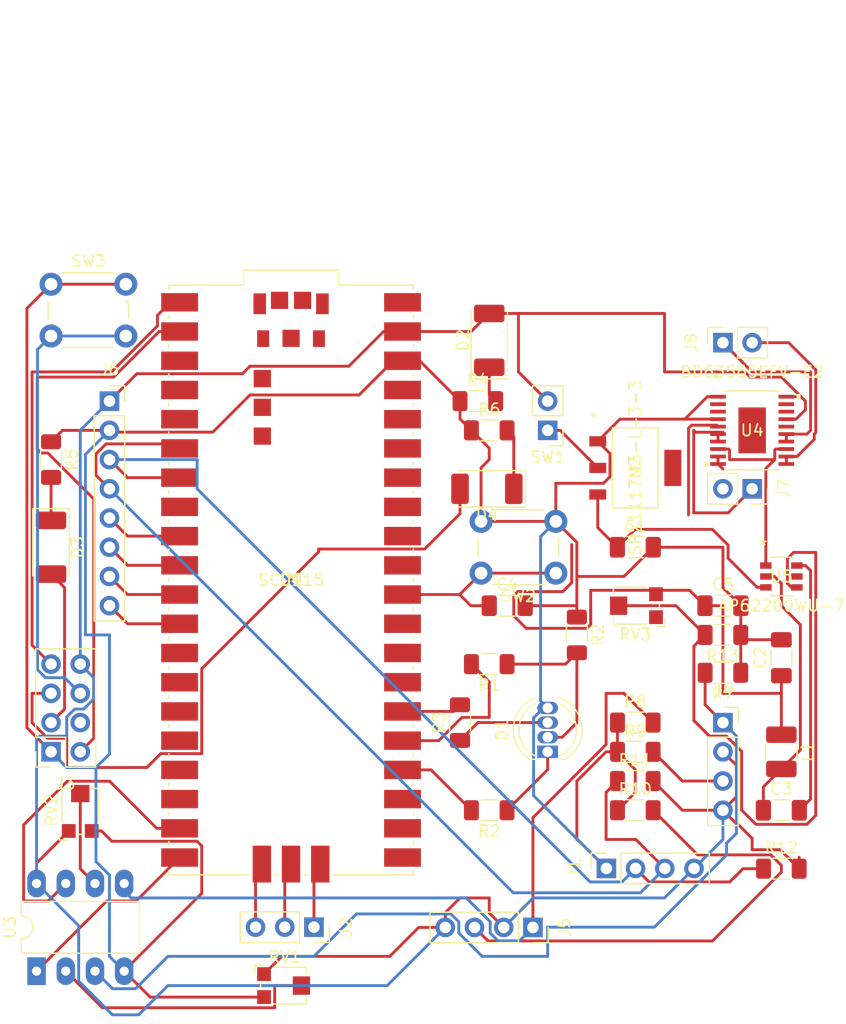
<source format=kicad_pcb>
(kicad_pcb (version 20211014) (generator pcbnew)
  (layers (0 "F.Cu" signal) (31 "B.Cu" signal) (34 "B.Paste" user) (35 "F.Paste" user) (36 "B.SilkS" user "B.Silkscreen") (37 "F.SilkS" user "F.Silkscreen") (38 "B.Mask" user) (39 "F.Mask" user) (44 "Edge.Cuts" user))
  (net 0 "")
  (net 1 "Net-(D1-Pad1)")
  (net 2 "Net-(D1-Pad2)")
  (net 3 "Net-(D2-Pad1)")
  (net 4 "ESP_3.3V")
  (net 5 "Net-(D3-Pad1)")
  (net 6 "ESP_GPIO2")
  (net 7 "Net-(D4-Pad1)")
  (net 8 "ESP_GPIO0")
  (net 9 "SCL")
  (net 10 "SDA")
  (net 11 "Net-(J2-Pad1)")
  (net 12 "Net-(J2-Pad2)")
  (net 13 "Net-(J2-Pad3)")
  (net 14 "ESP_GND")
  (net 15 "ESP_TX")
  (net 16 "ESP_EN")
  (net 17 "ESP_RST")
  (net 18 "ESP_RX")
  (net 19 "Net-(D1-Pad3)")
  (net 20 "Net-(SW1-Pad1)")
  (net 21 "+6V")
  (net 26 "Net-(C3-Pad1)")
  (net 27 "Net-(C3-Pad2)")
  (net 28 "Net-(C4-Pad1)")
  (net 29 "Net-(J4-Pad1)")
  (net 31 "MOTORL_SIG")
  (net 32 "MOTORR_SIG")
  (net 36 "Net-(J4-Pad3)")
  (net 37 "Net-(J5-Pad1)")
  (net 62 "+7.5V")
  (net 64 "Net-(J5-Pad3)")
  (net 65 "MAG_DRDY")
  (net 66 "MAG_INT")
  (net 67 "IMU_INT1")
  (net 68 "IMU_INT2")
  (net 69 "Net-(J7-Pad1)")
  (net 70 "Net-(J7-Pad2)")
  (net 71 "Net-(J8-Pad1)")
  (net 72 "Net-(J8-Pad2)")
  (net 73 "Net-(R1-Pad2)")
  (net 74 "Net-(R2-Pad2)")
  (net 75 "Net-(R3-Pad2)")
  (net 76 "Net-(R13-Pad2)")
  (net 77 "Net-(RV1-Pad2)")
  (net 78 "Net-(RV2-Pad2)")
  (net 80 "ENCL_SIG")
  (net 81 "ENCR_SIG")
  (footprint "Connector_PinHeader_2.54mm:PinHeader_1x02_P2.54mm_Vertical" (layer "F.Cu") (at 124.46 111.76 180)
    (fp_text reference "SW1")
    (fp_text value "SW_MCU_EN")
  )
  (footprint "Connector_PinSocket_2.54mm:PinSocket_1x03_P2.54mm_Vertical" (layer "F.Cu") (at 104.14 154.94 -90)
    (fp_text reference "J2")
    (fp_text value "Debug Header")
  )
  (footprint "Potentiometer_SMD:Potentiometer_Bourns_TC33X_Vertical" (layer "F.Cu") (at 101.6 160.02)
    (fp_text reference "RV1")
    (fp_text value "R_Potentiometer")
  )
  (footprint "Button_Switch_THT:SW_PUSH_6mm_H4.3mm" (layer "F.Cu") (at 81.28 99.06)
    (fp_text reference "SW3")
    (fp_text value "SW_ESP_RST")
  )
  (footprint "Resistor_SMD:R_1206_3216Metric_Pad1.30x1.75mm_HandSolder" (layer "F.Cu") (at 132.08 142.24)
    (fp_text reference "R11")
    (fp_text value "10k")
  )
  (footprint "Capacitor_SMD:C_1206_3216Metric_Pad1.33x1.80mm_HandSolder" (layer "F.Cu") (at 144.78 131.52 90)
    (fp_text reference "C2")
    (fp_text value "22uF")
  )
  (footprint "Regulators:SPX1117M3-L-3-3&slash_TR" (layer "F.Cu") (at 132.08 115.0239 -90)
    (fp_text reference "U2")
    (fp_text value "SPX1117M3-L-3-3")
  )
  (footprint "Resistor_SMD:R_1206_3216Metric_Pad1.30x1.75mm_HandSolder" (layer "F.Cu") (at 132.08 137.16)
    (fp_text reference "R8")
    (fp_text value "220")
  )
  (footprint "Drivers_3rdParty:BD63565EFV-E2" (layer "F.Cu") (at 142.24 111.76)
    (fp_text reference "U4")
    (fp_text value "BD63565EFV-E2")
  )
  (footprint "Package_DIP:DIP-8_W7.62mm_LongPads" (layer "F.Cu") (at 80.02 158.765 90)
    (fp_text reference "U3")
    (fp_text value "LM393")
  )
  (footprint "Connector_PinSocket_2.54mm:PinSocket_1x04_P2.54mm_Vertical" (layer "F.Cu") (at 129.565 149.835 90)
    (fp_text reference "J1")
    (fp_text value "I2C_EXPANSION")
  )
  (footprint "Resistor_SMD:R_1206_3216Metric_Pad1.30x1.75mm_HandSolder" (layer "F.Cu") (at 81.28 114.3 -90)
    (fp_text reference "R5")
    (fp_text value "330")
  )
  (footprint "Connector_PinSocket_2.54mm:PinSocket_1x02_P2.54mm_Vertical" (layer "F.Cu") (at 142.24 116.84 -90)
    (fp_text reference "J7")
    (fp_text value "Conn_01x02_Female")
  )
  (footprint "Capacitor_SMD:C_1206_3216Metric_Pad1.33x1.80mm_HandSolder" (layer "F.Cu") (at 132.08 121.92)
    (fp_text reference "C1")
    (fp_text value "10uF")
  )
  (footprint "Connector_PinSocket_2.54mm:PinSocket_1x02_P2.54mm_Vertical" (layer "F.Cu") (at 139.7 104.14 90)
    (fp_text reference "J8")
    (fp_text value "Conn_01x02_Female")
  )
  (footprint "Potentiometer_SMD:Potentiometer_Bourns_TC33X_Vertical" (layer "F.Cu") (at 132.08 127 180)
    (fp_text reference "RV3")
    (fp_text value "R_Potentiometer")
  )
  (footprint "Resistor_SMD:R_1206_3216Metric_Pad1.30x1.75mm_HandSolder" (layer "F.Cu") (at 116.84 137.16 90)
    (fp_text reference "R3")
    (fp_text value "330")
  )
  (footprint "Resistor_SMD:R_1206_3216Metric_Pad1.30x1.75mm_HandSolder" (layer "F.Cu") (at 139.7 132.83 180)
    (fp_text reference "R7")
    (fp_text value "220")
  )
  (footprint "Connector_PinSocket_2.54mm:PinSocket_1x04_P2.54mm_Vertical" (layer "F.Cu") (at 123.18 154.965 -90)
    (fp_text reference "J5")
    (fp_text value "RFLCTL_Header")
  )
  (footprint "SMPS_3rdParty:AP62200WU-7" (layer "F.Cu") (at 144.78 124.46)
    (fp_text reference "U5")
    (fp_text value "AP62200WU-7")
  )
  (footprint "Resistor_SMD:R_1206_3216Metric_Pad1.30x1.75mm_HandSolder" (layer "F.Cu") (at 119.38 144.78 180)
    (fp_text reference "R2")
    (fp_text value "330")
  )
  (footprint "Inductor_SMD:L_1210_3225Metric_Pad1.42x2.65mm_HandSolder" (layer "F.Cu") (at 144.78 139.7 -90)
    (fp_text reference "L1")
    (fp_text value "4.7uH")
  )
  (footprint "Connector_PinSocket_2.54mm:PinSocket_1x08_P2.54mm_Vertical" (layer "F.Cu") (at 86.36 109.22)
    (fp_text reference "J6")
    (fp_text value "IMU_Daughter_Header")
  )
  (footprint "Resistor_SMD:R_1206_3216Metric_Pad1.30x1.75mm_HandSolder" (layer "F.Cu") (at 119.38 132.08 180)
    (fp_text reference "R1")
    (fp_text value "330")
  )
  (footprint "LED_SMD:LED_2010_5025Metric_Pad1.52x2.65mm_HandSolder" (layer "F.Cu") (at 119.1775 116.84 180)
    (fp_text reference "D4")
    (fp_text value "ESP_LED0")
  )
  (footprint "Connector_PinSocket_2.54mm:PinSocket_1x04_P2.54mm_Vertical" (layer "F.Cu") (at 139.7 137.16)
    (fp_text reference "J4")
    (fp_text value "RFLCTR_Header")
  )
  (footprint "MCUs:SC0915" (layer "F.Cu") (at 102.1491 124.760459)
    (fp_text reference "U1")
    (fp_text value "SC0915")
  )
  (footprint "Potentiometer_SMD:Potentiometer_Bourns_TC33X_Vertical" (layer "F.Cu") (at 83.82 144.78 90)
    (fp_text reference "RV2")
    (fp_text value "R_Potentiometer")
  )
  (footprint "Resistor_SMD:R_1206_3216Metric_Pad1.30x1.75mm_HandSolder" (layer "F.Cu") (at 119.38 111.76)
    (fp_text reference "R6")
    (fp_text value "330")
  )
  (footprint "Resistor_SMD:R_1206_3216Metric_Pad1.30x1.75mm_HandSolder" (layer "F.Cu") (at 118.39 109.22)
    (fp_text reference "R4")
    (fp_text value "330")
  )
  (footprint "Connector_PinSocket_2.54mm:PinSocket_2x04_P2.54mm_Vertical" (layer "F.Cu") (at 81.28 139.7 180)
    (fp_text reference "J3")
    (fp_text value "ESP_Header")
  )
  (footprint "LED_THT:LED_D5.0mm-4_RGB" (layer "F.Cu") (at 124.46 139.7 90)
    (fp_text reference "D1")
    (fp_text value "PICO_LED")
  )
  (footprint "Resistor_SMD:R_1206_3216Metric_Pad1.30x1.75mm_HandSolder" (layer "F.Cu") (at 139.7 129.54 180)
    (fp_text reference "R13")
    (fp_text value "10k")
  )
  (footprint "Resistor_SMD:R_1206_3216Metric_Pad1.30x1.75mm_HandSolder" (layer "F.Cu") (at 144.78 149.86)
    (fp_text reference "R12")
    (fp_text value "10k")
  )
  (footprint "Capacitor_SMD:C_1206_3216Metric_Pad1.33x1.80mm_HandSolder" (layer "F.Cu") (at 144.78 144.78)
    (fp_text reference "C3")
    (fp_text value "100nF")
  )
  (footprint "Button_Switch_THT:SW_PUSH_6mm_H4.3mm" (layer "F.Cu") (at 125.17 124.17 180)
    (fp_text reference "SW2")
    (fp_text value "SW_PICO_RST")
  )
  (footprint "LED_SMD:LED_2010_5025Metric_Pad1.52x2.65mm_HandSolder" (layer "F.Cu") (at 119.38 103.9375 90)
    (fp_text reference "D2")
    (fp_text value "MCU_PWR_LED")
  )
  (footprint "Resistor_SMD:R_1206_3216Metric_Pad1.30x1.75mm_HandSolder" (layer "F.Cu") (at 132.08 144.78)
    (fp_text reference "R10")
    (fp_text value "220")
  )
  (footprint "LED_SMD:LED_2010_5025Metric_Pad1.52x2.65mm_HandSolder" (layer "F.Cu") (at 81.28 121.92 -90)
    (fp_text reference "D3")
    (fp_text value "ESP_LED1")
  )
  (footprint "Resistor_SMD:R_1206_3216Metric_Pad1.30x1.75mm_HandSolder" (layer "F.Cu") (at 132.08 139.7)
    (fp_text reference "R9")
    (fp_text value "220")
  )
  (footprint "Resistor_SMD:R_1206_3216Metric_Pad1.30x1.75mm_HandSolder" (layer "F.Cu") (at 127 129.54 -90)
    (fp_text reference "R2")
    (fp_text value "R_Small_US")
  )
  (footprint "Capacitor_SMD:C_1206_3216Metric_Pad1.33x1.80mm_HandSolder" (layer "F.Cu") (at 139.7 127)
    (fp_text reference "C5")
    (fp_text value "22 uF")
  )
  (footprint "Capacitor_SMD:C_1206_3216Metric_Pad1.33x1.80mm_HandSolder" (layer "F.Cu") (at 120.9425 127)
    (fp_text reference "C4")
    (fp_text value "1uF")
  )
  (segment (start 120.93 144.78) (end 124.46 141.25) (width 0.25) (layer "F.Cu") (net 1))
  (segment (start 124.46 141.25) (end 124.46 139.7) (width 0.25) (layer "F.Cu") (net 1))
  (segment (start 120.93 132.08) (end 126.01 132.08) (width 0.25) (layer "F.Cu") (net 2))
  (segment (start 127 131.09) (end 127 137.16) (width 0.25) (layer "F.Cu") (net 2))
  (segment (start 127 137.16) (end 125.73 138.43) (width 0.25) (layer "F.Cu") (net 2))
  (segment (start 125.73 138.43) (end 124.46 138.43) (width 0.25) (layer "F.Cu") (net 2))
  (segment (start 126.01 132.08) (end 127 131.09) (width 0.25) (layer "F.Cu") (net 2))
  (segment (start 119.38 108.66) (end 119.94 109.22) (width 0.25) (layer "F.Cu") (net 3))
  (segment (start 119.38 106.275) (end 119.38 108.66) (width 0.25) (layer "F.Cu") (net 3))
  (segment (start 119.38 106.275) (end 119.785 106.68) (width 0.25) (layer "F.Cu") (net 3))
  (segment (start 80.02 149.38) (end 82.82 146.58) (width 0.25) (layer "F.Cu") (net 4))
  (segment (start 146.485002 108.835002) (end 145.2118 108.835002) (width 0.25) (layer "F.Cu") (net 4))
  (segment (start 115.56 154.965) (end 113.244981 154.965) (width 0.25) (layer "F.Cu") (net 4))
  (segment (start 133.63 142.24) (end 136.17 144.78) (width 0.25) (layer "F.Cu") (net 4))
  (segment (start 119.38 153.705) (end 119.38 152.4) (width 0.25) (layer "F.Cu") (net 4))
  (segment (start 146.87 109.22) (end 146.485002 108.835002) (width 0.25) (layer "F.Cu") (net 4))
  (segment (start 144.68 148.21) (end 142.24 148.21) (width 0.25) (layer "F.Cu") (net 4))
  (segment (start 134.62 106.68) (end 134.62 101.6) (width 0.25) (layer "F.Cu") (net 4))
  (segment (start 120.64 154.965) (end 119.38 153.705) (width 0.25) (layer "F.Cu") (net 4))
  (segment (start 136.17 144.78) (end 139.7 144.78) (width 0.25) (layer "F.Cu") (net 4))
  (segment (start 86.36 109.22) (end 88.744441 106.835559) (width 0.25) (layer "F.Cu") (net 4))
  (segment (start 146.33 149.86) (end 144.68 148.21) (width 0.25) (layer "F.Cu") (net 4))
  (segment (start 146.485002 108.835002) (end 144.78 107.13) (width 0.25) (layer "F.Cu") (net 4))
  (segment (start 115.56 153.68) (end 115.56 154.965) (width 0.25) (layer "F.Cu") (net 4))
  (segment (start 146.33 148.87) (end 146.33 149.86) (width 0.25) (layer "F.Cu") (net 4))
  (segment (start 142.24 148.21) (end 142.24 147.23) (width 0.25) (layer "F.Cu") (net 4))
  (segment (start 110.189541 103.170459) (end 111.8392 103.170459) (width 0.25) (layer "F.Cu") (net 4))
  (segment (start 142.053604 107.13) (end 141.603604 106.68) (width 0.25) (layer "F.Cu") (net 4))
  (segment (start 140.925 146.005) (end 139.7 144.78) (width 0.25) (layer "F.Cu") (net 4))
  (segment (start 134.62 101.6) (end 119.38 101.6) (width 0.25) (layer "F.Cu") (net 4))
  (segment (start 145.2118 110.785001) (end 146.0567 110.785001) (width 0.25) (layer "F.Cu") (net 4))
  (segment (start 116.84 152.4) (end 115.56 153.68) (width 0.25) (layer "F.Cu") (net 4))
  (segment (start 140.875 140.875) (end 139.7 139.7) (width 0.25) (layer "F.Cu") (net 4))
  (segment (start 98.57544 106.185559) (end 107.174441 106.185559) (width 0.25) (layer "F.Cu") (net 4))
  (segment (start 139.7 144.78) (end 140.875 143.605) (width 0.25) (layer "F.Cu") (net 4))
  (segment (start 140.875 143.605) (end 140.875 140.875) (width 0.25) (layer "F.Cu") (net 4))
  (segment (start 80.02 151.145) (end 80.02 149.38) (width 0.25) (layer "F.Cu") (net 4))
  (segment (start 117.809541 103.170459) (end 111.8392 103.170459) (width 0.25) (layer "F.Cu") (net 4))
  (segment (start 146.87 109.971701) (end 146.87 109.22) (width 0.25) (layer "F.Cu") (net 4))
  (segment (start 107.174441 106.185559) (end 110.189541 103.170459) (width 0.25) (layer "F.Cu") (net 4))
  (segment (start 97.92544 106.835559) (end 98.57544 106.185559) (width 0.25) (layer "F.Cu") (net 4))
  (segment (start 119.38 152.4) (end 116.84 152.4) (width 0.25) (layer "F.Cu") (net 4))
  (segment (start 144.78 107.13) (end 142.053604 107.13) (width 0.25) (layer "F.Cu") (net 4))
  (segment (start 88.744441 106.835559) (end 97.92544 106.835559) (width 0.25) (layer "F.Cu") (net 4))
  (segment (start 101.34 157.48) (end 99.8 159.02) (width 0.25) (layer "F.Cu") (net 4))
  (segment (start 121.92 106.68) (end 121.92 101.6) (width 0.25) (layer "F.Cu") (net 4))
  (segment (start 146.0567 110.785001) (end 146.87 109.971701) (width 0.25) (layer "F.Cu") (net 4))
  (segment (start 113.244981 154.965) (end 110.729981 157.48) (width 0.25) (layer "F.Cu") (net 4))
  (segment (start 124.46 109.22) (end 121.92 106.68) (width 0.25) (layer "F.Cu") (net 4))
  (segment (start 110.729981 157.48) (end 101.34 157.48) (width 0.25) (layer "F.Cu") (net 4))
  (segment (start 141.603604 106.68) (end 134.62 106.68) (width 0.25) (layer "F.Cu") (net 4))
  (segment (start 119.38 101.6) (end 117.809541 103.170459) (width 0.25) (layer "F.Cu") (net 4))
  (segment (start 142.24 147.23) (end 141.015 146.005) (width 0.25) (layer "F.Cu") (net 4))
  (segment (start 141.015 146.005) (end 140.925 146.005) (width 0.25) (layer "F.Cu") (net 4))
  (segment (start 120.64 154.965) (end 123.205 152.4) (width 0.25) (layer "B.Cu") (net 4))
  (segment (start 88.9 162.56) (end 86.61401 162.56) (width 0.25) (layer "B.Cu") (net 4))
  (segment (start 84.995 135.106701) (end 84.995 133.255) (width 0.25) (layer "B.Cu") (net 4))
  (segment (start 80.02 138.61) (end 80.02 151.145) (width 0.25) (layer "B.Cu") (net 4))
  (segment (start 83.333299 135.985) (end 84.116701 135.985) (width 0.25) (layer "B.Cu") (net 4))
  (segment (start 123.205 152.4) (end 134.62 152.4) (width 0.25) (layer "B.Cu") (net 4))
  (segment (start 80.295 138.335) (end 80.02 138.61) (width 0.25) (layer "B.Cu") (net 4))
  (segment (start 84.116701 135.985) (end 84.995 135.106701) (width 0.25) (layer "B.Cu") (net 4))
  (segment (start 91.44 160.02) (end 88.9 162.56) (width 0.25) (layer "B.Cu") (net 4))
  (segment (start 115.56 154.965) (end 110.505 160.02) (width 0.25) (layer "B.Cu") (net 4))
  (segment (start 83.82 132.08) (end 83.82 111.76) (width 0.25) (layer "B.Cu") (net 4))
  (segment (start 137.185 149.835) (end 139.7 147.32) (width 0.25) (layer "B.Cu") (net 4))
  (segment (start 110.505 160.02) (end 91.44 160.02) (width 0.25) (layer "B.Cu") (net 4))
  (segment (start 84.995 133.255) (end 83.82 132.08) (width 0.25) (layer "B.Cu") (net 4))
  (segment (start 83.685 159.63099) (end 83.685 154.81) (width 0.25) (layer "B.Cu") (net 4))
  (segment (start 82.645 138.335) (end 80.295 138.335) (width 0.25) (layer "B.Cu") (net 4))
  (segment (start 82.645 138.335) (end 82.645 136.673299) (width 0.25) (layer "B.Cu") (net 4))
  (segment (start 139.7 147.32) (end 139.7 144.78) (width 0.25) (layer "B.Cu") (net 4))
  (segment (start 86.61401 162.56) (end 83.685 159.63099) (width 0.25) (layer "B.Cu") (net 4))
  (segment (start 82.645 136.673299) (end 83.333299 135.985) (width 0.25) (layer "B.Cu") (net 4))
  (segment (start 83.82 111.76) (end 86.36 109.22) (width 0.25) (layer "B.Cu") (net 4))
  (segment (start 83.685 154.81) (end 80.02 151.145) (width 0.25) (layer "B.Cu") (net 4))
  (segment (start 134.62 152.4) (end 137.185 149.835) (width 0.25) (layer "B.Cu") (net 4))
  (segment (start 81.28 115.85) (end 81.28 119.5825) (width 0.25) (layer "F.Cu") (net 5))
  (segment (start 81.28 124.2575) (end 82.455 125.4325) (width 0.25) (layer "F.Cu") (net 6))
  (segment (start 82.455 125.4325) (end 82.455 135.985) (width 0.25) (layer "F.Cu") (net 6))
  (segment (start 82.455 135.985) (end 81.28 137.16) (width 0.25) (layer "F.Cu") (net 6))
  (segment (start 121.1325 111.5575) (end 120.93 111.76) (width 0.25) (layer "F.Cu") (net 7))
  (segment (start 120.93 111.76) (end 121.515 112.345) (width 0.25) (layer "F.Cu") (net 7))
  (segment (start 121.515 112.345) (end 121.515 116.84) (width 0.25) (layer "F.Cu") (net 7))
  (segment (start 116.84 118.999959) (end 116.84 116.84) (width 0.25) (layer "F.Cu") (net 8))
  (segment (start 94.3842 132.4842) (end 104.5442 122.3242) (width 0.25) (layer "F.Cu") (net 8))
  (segment (start 79.63 137.171701) (end 80.983299 138.525) (width 0.25) (layer "F.Cu") (net 8))
  (segment (start 81.28 134.62) (end 79.63 134.62) (width 0.25) (layer "F.Cu") (net 8))
  (segment (start 82.645 138.525) (end 82.645 141.065) (width 0.25) (layer "F.Cu") (net 8))
  (segment (start 104.5442 122.3242) (end 104.5442 122.075559) (width 0.25) (layer "F.Cu") (net 8))
  (segment (start 90.8236 139.855559) (end 94.3842 139.855559) (width 0.25) (layer "F.Cu") (net 8))
  (segment (start 104.5442 122.075559) (end 113.7644 122.075559) (width 0.25) (layer "F.Cu") (net 8))
  (segment (start 94.3842 139.855559) (end 94.3842 132.4842) (width 0.25) (layer "F.Cu") (net 8))
  (segment (start 113.7644 122.075559) (end 116.84 118.999959) (width 0.25) (layer "F.Cu") (net 8))
  (segment (start 79.63 134.62) (end 79.63 137.171701) (width 0.25) (layer "F.Cu") (net 8))
  (segment (start 82.645 141.065) (end 89.614159 141.065) (width 0.25) (layer "F.Cu") (net 8))
  (segment (start 89.614159 141.065) (end 90.8236 139.855559) (width 0.25) (layer "F.Cu") (net 8))
  (segment (start 80.983299 138.525) (end 82.645 138.525) (width 0.25) (layer "F.Cu") (net 8))
  (segment (start 141.44 149.86) (end 143.23 149.86) (width 0.25) (layer "F.Cu") (net 9))
  (segment (start 87.930459 115.870459) (end 92.459 115.870459) (width 0.25) (layer "F.Cu") (net 9))
  (segment (start 86.36 114.3) (end 87.930459 115.870459) (width 0.25) (layer "F.Cu") (net 9))
  (segment (start 140.29 151.01) (end 141.44 149.86) (width 0.25) (layer "F.Cu") (net 9))
  (segment (start 133.28 151.01) (end 140.29 151.01) (width 0.25) (layer "F.Cu") (net 9))
  (segment (start 132.105 149.835) (end 133.28 151.01) (width 0.25) (layer "F.Cu") (net 9))
  (segment (start 132.105 149.835) (end 130.93 151.01) (width 0.25) (layer "B.Cu") (net 9))
  (segment (start 128.15 151.01) (end 127 149.86) (width 0.25) (layer "B.Cu") (net 9))
  (segment (start 93.98 116.84) (end 93.98 114.3) (width 0.25) (layer "B.Cu") (net 9))
  (segment (start 86.36 114.3) (end 93.98 114.3) (width 0.25) (layer "B.Cu") (net 9))
  (segment (start 130.93 151.01) (end 128.15 151.01) (width 0.25) (layer "B.Cu") (net 9))
  (segment (start 127 149.86) (end 93.98 116.84) (width 0.25) (layer "B.Cu") (net 9))
  (segment (start 134.645 149.835) (end 132.13 147.32) (width 0.25) (layer "F.Cu") (net 10))
  (segment (start 132.13 147.32) (end 129.54 147.32) (width 0.25) (layer "F.Cu") (net 10))
  (segment (start 129.54 143.23) (end 130.53 142.24) (width 0.25) (layer "F.Cu") (net 10))
  (segment (start 85.185 115.665) (end 85.185 113.813299) (width 0.25) (layer "F.Cu") (net 10))
  (segment (start 86.063299 112.935) (end 92.063541 112.935) (width 0.25) (layer "F.Cu") (net 10))
  (segment (start 85.185 113.813299) (end 86.063299 112.935) (width 0.25) (layer "F.Cu") (net 10))
  (segment (start 129.54 147.32) (end 129.54 143.23) (width 0.25) (layer "F.Cu") (net 10))
  (segment (start 86.36 116.84) (end 85.185 115.665) (width 0.25) (layer "F.Cu") (net 10))
  (segment (start 92.063541 112.935) (end 92.459 113.330459) (width 0.25) (layer "F.Cu") (net 10))
  (segment (start 132.53 151.95) (end 121.47 151.95) (width 0.25) (layer "B.Cu") (net 10))
  (segment (start 134.645 149.835) (end 132.53 151.95) (width 0.25) (layer "B.Cu") (net 10))
  (segment (start 121.47 151.95) (end 86.36 116.84) (width 0.25) (layer "B.Cu") (net 10))
  (segment (start 104.14 150.008519) (end 104.6891 149.459419) (width 0.25) (layer "F.Cu") (net 11))
  (segment (start 104.14 154.94) (end 104.14 150.008519) (width 0.25) (layer "F.Cu") (net 11))
  (segment (start 101.6 150.008519) (end 102.1491 149.459419) (width 0.25) (layer "F.Cu") (net 12))
  (segment (start 101.6 154.94) (end 101.6 150.008519) (width 0.25) (layer "F.Cu") (net 12))
  (segment (start 99.06 150.008519) (end 99.6091 149.459419) (width 0.25) (layer "F.Cu") (net 13))
  (segment (start 99.06 154.94) (end 99.06 150.008519) (width 0.25) (layer "F.Cu") (net 13))
  (segment (start 129.3125 116.3586) (end 125.17 116.3586) (width 0.25) (layer "F.Cu") (net 14))
  (segment (start 133.6425 121.92) (end 139.7 121.92) (width 0.25) (layer "F.Cu") (net 14))
  (segment (start 129.54 139.7) (end 130.53 139.7) (width 0.25) (layer "F.Cu") (net 14))
  (segment (start 141.2625 126.22) (end 141.25 126.2325) (width 0.25) (layer "F.Cu") (net 14))
  (segment (start 129.565 149.835) (end 127.05 147.32) (width 0.25) (layer "F.Cu") (net 14))
  (segment (start 128.8161 112.7125) (end 130.743599 110.785001) (width 0.25) (layer "F.Cu") (net 14))
  (segment (start 82.27 111.76) (end 86.36 111.76) (width 0.25) (layer "F.Cu") (net 14))
  (segment (start 129.8777 115.7934) (end 129.3125 116.3586) (width 0.25) (layer "F.Cu") (net 14))
  (segment (start 141.6675 129.9575) (end 141.25 129.54) (width 0.25) (layer "F.Cu") (net 14))
  (segment (start 116.84 109.22) (end 116.84 110.77) (width 0.25) (layer "F.Cu") (net 14))
  (segment (start 141.2625 127) (end 141.25 127.0125) (width 0.25) (layer "F.Cu") (net 14))
  (segment (start 116.84 110.77) (end 117.83 111.76) (width 0.25) (layer "F.Cu") (net 14))
  (segment (start 133.6425 121.92) (end 131.1025 124.46) (width 0.25) (layer "F.Cu") (net 14))
  (segment (start 81.28 112.75) (end 82.27 111.76) (width 0.25) (layer "F.Cu") (net 14))
  (segment (start 116.84 109.22) (end 113.330459 105.710459) (width 0.25) (layer "F.Cu") (net 14))
  (segment (start 127 147.32) (end 127 142.24) (width 0.25) (layer "F.Cu") (net 14))
  (segment (start 125.17 119.67) (end 118.67 119.67) (width 0.25) (layer "F.Cu") (net 14))
  (segment (start 127 142.24) (end 129.54 139.7) (width 0.25) (layer "F.Cu") (net 14))
  (segment (start 79.18 101.16) (end 81.28 99.06) (width 0.25) (layer "F.Cu") (net 14))
  (segment (start 141.25 127.0125) (end 141.25 129.54) (width 0.25) (layer "F.Cu") (net 14))
  (segment (start 127 127) (end 127 127.99) (width 0.25) (layer "F.Cu") (net 14))
  (segment (start 130.53 137.16) (end 130.53 139.7) (width 0.25) (layer "F.Cu") (net 14))
  (segment (start 141.25 129.54) (end 141.25 132.83) (width 0.25) (layer "F.Cu") (net 14))
  (segment (start 118.67 115.01) (end 118.67 119.67) (width 0.25) (layer "F.Cu") (net 14))
  (segment (start 144.206601 113.460001) (end 144.206601 114.3) (width 0.25) (layer "F.Cu") (net 14))
  (segment (start 125.17 119.67) (end 127 121.5) (width 0.25) (layer "F.Cu") (net 14))
  (segment (start 138.338001 108.835) (end 136.388 110.785001) (width 0.25) (layer "F.Cu") (net 14))
  (segment (start 117.83 111.76) (end 119.38 113.31) (width 0.25) (layer "F.Cu") (net 14))
  (segment (start 93.98 147.475559) (end 94.3842 147.879759) (width 0.25) (layer "F.Cu") (net 14))
  (segment (start 99.8 161.02) (end 89.895 161.02) (width 0.25) (layer "F.Cu") (net 14))
  (segment (start 136.185001 110.785001) (end 139.2682 110.785001) (width 0.25) (layer "F.Cu") (net 14))
  (segment (start 89.895 161.02) (end 87.64 158.765) (width 0.25) (layer "F.Cu") (net 14))
  (segment (start 81.28 139.7) (end 79.18 137.6) (width 0.25) (layer "F.Cu") (net 14))
  (segment (start 132.08 143.23) (end 130.53 144.78) (width 0.25) (layer "F.Cu") (net 14))
  (segment (start 129.8777 113.7741) (end 128.8161 112.7125) (width 0.25) (layer "F.Cu") (net 14))
  (segment (start 98.57544 108.684919) (end 108.06464 108.684919) (width 0.25) (layer "F.Cu") (net 14))
  (segment (start 94.3842 147.879759) (end 94.3842 151.9958) (width 0.25) (layer "F.Cu") (net 14))
  (segment (start 130.743599 110.785001) (end 136.185001 110.785001) (width 0.25) (layer "F.Cu") (net 14))
  (segment (start 95.3448 111.915559) (end 98.57544 108.684919) (width 0.25) (layer "F.Cu") (net 14))
  (segment (start 144.78 129.9575) (end 141.6675 129.9575) (width 0.25) (layer "F.Cu") (net 14))
  (segment (start 86.515559 111.915559) (end 95.3448 111.915559) (width 0.25) (layer "F.Cu") (net 14))
  (segment (start 113.330459 105.710459) (end 111.8392 105.710459) (width 0.25) (layer "F.Cu") (net 14))
  (segment (start 130.53 139.7) (end 132.08 141.25) (width 0.25) (layer "F.Cu") (net 14))
  (segment (start 79.18 137.6) (end 79.18 101.16) (width 0.25) (layer "F.Cu") (net 14))
  (segment (start 119.38 114.3) (end 118.67 115.01) (width 0.25) (layer "F.Cu") (net 14))
  (segment (start 86.565559 147.475559) (end 93.98 147.475559) (width 0.25) (layer "F.Cu") (net 14))
  (segment (start 87.64 158.74) (end 87.64 158.765) (width 0.25) (layer "F.Cu") (net 14))
  (segment (start 132.08 141.25) (end 132.08 143.23) (width 0.25) (layer "F.Cu") (net 14))
  (segment (start 139.7 121.92) (end 139.7 124.46) (width 0.25) (layer "F.Cu") (net 14))
  (segment (start 140.198399 113.384998) (end 140.273399 113.459998) (width 0.25) (layer "F.Cu") (net 14))
  (segment (start 81.28 99.06) (end 87.78 99.06) (width 0.25) (layer "F.Cu") (net 14))
  (segment (start 125.17 119.67) (end 125.17 116.3586) (width 0.25) (layer "F.Cu") (net 14))
  (segment (start 84.82 146.58) (end 85.67 146.58) (width 0.25) (layer "F.Cu") (net 14))
  (segment (start 140.273399 114.3) (end 144.206601 114.3) (width 0.25) (layer "F.Cu") (net 14))
  (segment (start 131.1025 124.46) (end 127 124.46) (width 0.25) (layer "F.Cu") (net 14))
  (segment (start 86.36 111.76) (end 86.515559 111.915559) (width 0.25) (layer "F.Cu") (net 14))
  (segment (start 108.06464 108.684919) (end 111.0391 105.710459) (width 0.25) (layer "F.Cu") (net 14))
  (segment (start 140.273399 113.459998) (end 140.273399 114.3) (width 0.25) (layer "F.Cu") (net 14))
  (segment (start 139.7 125.4375) (end 141.2625 127) (width 0.25) (layer "F.Cu") (net 14))
  (segment (start 119.38 113.31) (end 119.38 114.3) (width 0.25) (layer "F.Cu") (net 14))
  (segment (start 129.8777 115.7934) (end 129.8777 113.7741) (width 0.25) (layer "F.Cu") (net 14))
  (segment (start 127 121.5) (end 127 127) (width 0.25) (layer "F.Cu") (net 14))
  (segment (start 94.3842 151.9958) (end 87.64 158.74) (width 0.25) (layer "F.Cu") (net 14))
  (segment (start 139.2682 113.384998) (end 140.198399 113.384998) (width 0.25) (layer "F.Cu") (net 14))
  (segment (start 122.505 127) (end 127 127) (width 0.25) (layer "F.Cu") (net 14))
  (segment (start 139.7 124.46) (end 139.7 125.4375) (width 0.25) (layer "F.Cu") (net 14))
  (segment (start 143.430249 123.509999) (end 143.430249 115.076352) (width 0.25) (layer "F.Cu") (net 14))
  (segment (start 136.388 110.785001) (end 136.185001 110.785001) (width 0.25) (layer "F.Cu") (net 14))
  (segment (start 139.2682 108.835) (end 138.338001 108.835) (width 0.25) (layer "F.Cu") (net 14))
  (segment (start 111.0391 105.710459) (end 111.8392 105.710459) (width 0.25) (layer "F.Cu") (net 14))
  (segment (start 144.281601 113.385001) (end 144.206601 113.460001) (width 0.25) (layer "F.Cu") (net 14))
  (segment (start 85.67 146.58) (end 86.565559 147.475559) (width 0.25) (layer "F.Cu") (net 14))
  (segment (start 143.430249 115.076352) (end 144.206601 114.3) (width 0.25) (layer "F.Cu") (net 14))
  (segment (start 145.2118 113.385001) (end 144.281601 113.385001) (width 0.25) (layer "F.Cu") (net 14))
  (segment (start 127.05 147.32) (end 127 147.32) (width 0.25) (layer "F.Cu") (net 14))
  (segment (start 123.845 120.995) (end 125.17 119.67) (width 0.25) (layer "B.Cu") (net 14))
  (segment (start 124.46 135.89) (end 124.095 135.89) (width 0.25) (layer "B.Cu") (net 14))
  (segment (start 86.36 157.485) (end 87.64 158.765) (width 0.25) (layer "B.Cu") (net 14))
  (segment (start 124.46 135.89) (end 123.845 135.275) (width 0.25) (layer "B.Cu") (net 14))
  (segment (start 86.36 111.76) (end 84.27 113.85) (width 0.25) (layer "B.Cu") (net 14))
  (segment (start 86.36 129.54) (end 86.36 139.89) (width 0.25) (layer "B.Cu") (net 14))
  (segment (start 82.645 141.065) (end 85.185 141.065) (width 0.25) (layer "B.Cu") (net 14))
  (segment (start 85.185 141.065) (end 85.185 149.23901) (width 0.25) (layer "B.Cu") (net 14))
  (segment (start 86.36 150.41401) (end 86.36 157.485) (width 0.25) (layer "B.Cu") (net 14))
  (segment (start 123.845 135.275) (end 123.845 120.995) (width 0.25) (layer "B.Cu") (net 14))
  (segment (start 123.235 143.505) (end 129.565 149.835) (width 0.25) (layer "B.Cu") (net 14))
  (segment (start 124.095 135.89) (end 123.235 136.75) (width 0.25) (layer "B.Cu") (net 14))
  (segment (start 123.235 136.75) (end 123.235 143.505) (width 0.25) (layer "B.Cu") (net 14))
  (segment (start 86.36 139.89) (end 85.185 141.065) (width 0.25) (layer "B.Cu") (net 14))
  (segment (start 84.27 113.85) (end 84.27 129.54) (width 0.25) (layer "B.Cu") (net 14))
  (segment (start 84.27 129.54) (end 86.36 129.54) (width 0.25) (layer "B.Cu") (net 14))
  (segment (start 81.28 139.7) (end 82.645 141.065) (width 0.25) (layer "B.Cu") (net 14))
  (segment (start 85.185 149.23901) (end 86.36 150.41401) (width 0.25) (layer "B.Cu") (net 14))
  (segment (start 83.82 139.7) (end 84.995 138.525) (width 0.25) (layer "F.Cu") (net 15))
  (segment (start 84.995 117.726827) (end 80.993173 113.725) (width 0.25) (layer "F.Cu") (net 15))
  (segment (start 80.416827 113.725) (end 80.08 113.388173) (width 0.25) (layer "F.Cu") (net 15))
  (segment (start 90.67977 103.170459) (end 92.459 103.170459) (width 0.25) (layer "F.Cu") (net 15))
  (segment (start 86.720229 107.13) (end 90.67977 103.170459) (width 0.25) (layer "F.Cu") (net 15))
  (segment (start 80.08 113.388173) (end 80.08 107.13) (width 0.25) (layer "F.Cu") (net 15))
  (segment (start 80.08 107.13) (end 86.720229 107.13) (width 0.25) (layer "F.Cu") (net 15))
  (segment (start 84.995 138.525) (end 84.995 117.726827) (width 0.25) (layer "F.Cu") (net 15))
  (segment (start 80.993173 113.725) (end 80.416827 113.725) (width 0.25) (layer "F.Cu") (net 15))
  (segment (start 80.793299 133.255) (end 82.455 133.255) (width 0.25) (layer "B.Cu") (net 17))
  (segment (start 80.105 104.735) (end 80.105 132.566701) (width 0.25) (layer "B.Cu") (net 17))
  (segment (start 81.28 103.56) (end 80.105 104.735) (width 0.25) (layer "B.Cu") (net 17))
  (segment (start 82.455 133.255) (end 83.82 134.62) (width 0.25) (layer "B.Cu") (net 17))
  (segment (start 81.28 103.56) (end 87.78 103.56) (width 0.25) (layer "B.Cu") (net 17))
  (segment (start 80.105 132.566701) (end 80.793299 133.255) (width 0.25) (layer "B.Cu") (net 17))
  (segment (start 91.6589 100.630459) (end 90.5338 101.755559) (width 0.25) (layer "F.Cu") (net 18))
  (segment (start 86.533833 106.68) (end 79.63 106.68) (width 0.25) (layer "F.Cu") (net 18))
  (segment (start 79.63 106.68) (end 79.63 130.43) (width 0.25) (layer "F.Cu") (net 18))
  (segment (start 90.5338 101.755559) (end 90.5338 102.680033) (width 0.25) (layer "F.Cu") (net 18))
  (segment (start 92.459 100.630459) (end 91.6589 100.630459) (width 0.25) (layer "F.Cu") (net 18))
  (segment (start 79.63 130.43) (end 81.28 132.08) (width 0.25) (layer "F.Cu") (net 18))
  (segment (start 90.5338 102.680033) (end 86.533833 106.68) (width 0.25) (layer "F.Cu") (net 18))
  (segment (start 118.39 137.16) (end 124.46 137.16) (width 0.25) (layer "F.Cu") (net 19))
  (segment (start 116.84 138.71) (end 118.39 137.16) (width 0.25) (layer "F.Cu") (net 19))
  (segment (start 125.5522 111.76) (end 124.46 111.76) (width 0.25) (layer "F.Cu") (net 20))
  (segment (start 128.8161 115.0239) (end 125.5522 111.76) (width 0.25) (layer "F.Cu") (net 20))
  (segment (start 138.1375 127) (end 136.7975 125.66) (width 0.25) (layer "F.Cu") (net 21))
  (segment (start 121.5175 127.888173) (end 121.5175 126.111827) (width 0.25) (layer "F.Cu") (net 21))
  (segment (start 139.2682 111.434999) (end 139.143201 111.31) (width 0.25) (layer "F.Cu") (net 21))
  (segment (start 144.78 134.62) (end 144.78 133.0825) (width 0.25) (layer "F.Cu") (net 21))
  (segment (start 128.2 128.628173) (end 128.2 125.66) (width 0.25) (layer "F.Cu") (net 21))
  (segment (start 125.775 125.775) (end 126.55 125) (width 0.25) (layer "F.Cu") (net 21))
  (segment (start 136.7975 125.66) (end 135.96 125.66) (width 0.25) (layer "F.Cu") (net 21))
  (segment (start 139.143201 111.31) (end 136.973604 111.31) (width 0.25) (layer "F.Cu") (net 21))
  (segment (start 139.7 134.62) (end 144.78 134.62) (width 0.25) (layer "F.Cu") (net 21))
  (segment (start 128.2 127.351827) (end 128.2 128.628173) (width 0.25) (layer "F.Cu") (net 21))
  (segment (start 128.2 125.66) (end 135.96 125.66) (width 0.25) (layer "F.Cu") (net 21))
  (segment (start 122.594327 128.965) (end 121.5175 127.888173) (width 0.25) (layer "F.Cu") (net 21))
  (segment (start 126.55 125) (end 126.55 121.686396) (width 0.25) (layer "F.Cu") (net 21))
  (segment (start 144.78 138.2125) (end 144.78 134.62) (width 0.25) (layer "F.Cu") (net 21))
  (segment (start 136.973604 111.31) (end 136.71 111.573604) (width 0.25) (layer "F.Cu") (net 21))
  (segment (start 139.7 127) (end 139.7 134.62) (width 0.25) (layer "F.Cu") (net 21))
  (segment (start 136.71 111.573604) (end 136.71 119.116396) (width 0.25) (layer "F.Cu") (net 21))
  (segment (start 121.5175 126.111827) (end 121.854327 125.775) (width 0.25) (layer "F.Cu") (net 21))
  (segment (start 128.2 128.628173) (end 127.863173 128.965) (width 0.25) (layer "F.Cu") (net 21))
  (segment (start 127.863173 128.965) (end 122.594327 128.965) (width 0.25) (layer "F.Cu") (net 21))
  (segment (start 139.7 127) (end 138.1375 127) (width 0.25) (layer "F.Cu") (net 21))
  (segment (start 121.854327 125.775) (end 125.775 125.775) (width 0.25) (layer "F.Cu") (net 21))
  (segment (start 144.78 141.1875) (end 146.43 139.5375) (width 0.25) (layer "F.Cu") (net 26))
  (segment (start 146.43 139.5375) (end 146.43 128.65) (width 0.25) (layer "F.Cu") (net 26))
  (segment (start 144.78 141.1875) (end 143.2175 142.75) (width 0.25) (layer "F.Cu") (net 26))
  (segment (start 144.78 127) (end 146.43 128.65) (width 0.25) (layer "F.Cu") (net 26))
  (segment (start 143.430249 124.46) (end 144.179098 124.46) (width 0.25) (layer "F.Cu") (net 26))
  (segment (start 144.78 125.060902) (end 144.78 127) (width 0.25) (layer "F.Cu") (net 26))
  (segment (start 143.2175 142.75) (end 143.2175 144.78) (width 0.25) (layer "F.Cu") (net 26))
  (segment (start 144.179098 124.46) (end 144.78 125.060902) (width 0.25) (layer "F.Cu") (net 26))
  (segment (start 146.8786 123.509999) (end 147.32 123.951399) (width 0.25) (layer "F.Cu") (net 27))
  (segment (start 147.32 123.951399) (end 147.32 143.8025) (width 0.25) (layer "F.Cu") (net 27))
  (segment (start 146.129751 123.509999) (end 146.8786 123.509999) (width 0.25) (layer "F.Cu") (net 27))
  (segment (start 147.32 143.8025) (end 146.3425 144.78) (width 0.25) (layer "F.Cu") (net 27))
  (segment (start 125.17 124.17) (end 118.67 124.17) (width 0.25) (layer "F.Cu") (net 28))
  (segment (start 118.67 124.17) (end 116.809541 126.030459) (width 0.25) (layer "F.Cu") (net 28))
  (segment (start 119.38 127) (end 117.779082 127) (width 0.25) (layer "F.Cu") (net 28))
  (segment (start 116.809541 126.030459) (end 111.8392 126.030459) (width 0.25) (layer "F.Cu") (net 28))
  (segment (start 117.779082 127) (end 116.809541 126.030459) (width 0.25) (layer "F.Cu") (net 28))
  (segment (start 138.15 135.61) (end 138.15 132.83) (width 0.25) (layer "F.Cu") (net 29))
  (segment (start 138.15 132.83) (end 137.95 133.03) (width 0.25) (layer "F.Cu") (net 29))
  (segment (start 139.7 137.16) (end 138.15 135.61) (width 0.25) (layer "F.Cu") (net 29))
  (segment (start 116.046701 153.79) (end 107.83 153.79) (width 0.25) (layer "B.Cu") (net 29))
  (segment (start 140.875 146.781396) (end 140.018198 147.638198) (width 0.25) (layer "B.Cu") (net 29))
  (segment (start 116.735 155.451701) (end 116.735 154.478299) (width 0.25) (layer "B.Cu") (net 29))
  (segment (start 116.735 154.478299) (end 116.046701 153.79) (width 0.25) (layer "B.Cu") (net 29))
  (segment (start 139.7 137.16) (end 140.875 138.335) (width 0.25) (layer "B.Cu") (net 29))
  (segment (start 140.018198 148.663503) (end 133.741701 154.94) (width 0.25) (layer "B.Cu") (net 29))
  (segment (start 88.63 160.29) (end 86.625 160.29) (width 0.25) (layer "B.Cu") (net 29))
  (segment (start 133.741701 154.94) (end 124.46 154.94) (width 0.25) (layer "B.Cu") (net 29))
  (segment (start 86.625 160.29) (end 85.1 158.765) (width 0.25) (layer "B.Cu") (net 29))
  (segment (start 124.46 157.48) (end 118.763299 157.48) (width 0.25) (layer "B.Cu") (net 29))
  (segment (start 140.875 138.335) (end 140.875 146.781396) (width 0.25) (layer "B.Cu") (net 29))
  (segment (start 124.46 154.94) (end 124.46 157.48) (width 0.25) (layer "B.Cu") (net 29))
  (segment (start 107.83 153.79) (end 104.14 157.48) (width 0.25) (layer "B.Cu") (net 29))
  (segment (start 91.44 157.48) (end 88.63 160.29) (width 0.25) (layer "B.Cu") (net 29))
  (segment (start 140.018198 147.638198) (end 140.018198 148.663503) (width 0.25) (layer "B.Cu") (net 29))
  (segment (start 118.763299 157.48) (end 116.735 155.451701) (width 0.25) (layer "B.Cu") (net 29))
  (segment (start 104.14 157.48) (end 91.44 157.48) (width 0.25) (layer "B.Cu") (net 29))
  (segment (start 133.63 139.7) (end 136.17 142.24) (width 0.25) (layer "F.Cu") (net 36))
  (segment (start 136.17 142.24) (end 139.7 142.24) (width 0.25) (layer "F.Cu") (net 36))
  (segment (start 129.54 139.063604) (end 129.54 134.62) (width 0.25) (layer "F.Cu") (net 37))
  (segment (start 123.18 154.965) (end 123.18 145.423604) (width 0.25) (layer "F.Cu") (net 37))
  (segment (start 123.18 145.423604) (end 129.54 139.063604) (width 0.25) (layer "F.Cu") (net 37))
  (segment (start 129.54 134.62) (end 131.09 134.62) (width 0.25) (layer "F.Cu") (net 37))
  (segment (start 131.09 134.62) (end 133.63 137.16) (width 0.25) (layer "F.Cu") (net 37))
  (segment (start 117.386701 152.4) (end 119.465 154.478299) (width 0.25) (layer "B.Cu") (net 37))
  (segment (start 88.245 152.4) (end 117.386701 152.4) (width 0.25) (layer "B.Cu") (net 37))
  (segment (start 119.465 155.451701) (end 120.153299 156.14) (width 0.25) (layer "B.Cu") (net 37))
  (segment (start 122.005 156.14) (end 123.18 154.965) (width 0.25) (layer "B.Cu") (net 37))
  (segment (start 119.465 154.478299) (end 119.465 155.451701) (width 0.25) (layer "B.Cu") (net 37))
  (segment (start 120.153299 156.14) (end 122.005 156.14) (width 0.25) (layer "B.Cu") (net 37))
  (segment (start 87.64 151.795) (end 88.245 152.4) (width 0.25) (layer "B.Cu") (net 37))
  (segment (start 87.64 151.145) (end 87.64 151.795) (width 0.25) (layer "B.Cu") (net 37))
  (segment (start 128.8161 120.2186) (end 130.5175 121.92) (width 0.25) (layer "F.Cu") (net 62))
  (segment (start 140.15 121.733604) (end 138.782395 120.365999) (width 0.25) (layer "F.Cu") (net 62))
  (segment (start 128.8161 117.3353) (end 128.8161 120.2186) (width 0.25) (layer "F.Cu") (net 62))
  (segment (start 132.071501 120.365999) (end 130.5175 121.92) (width 0.25) (layer "F.Cu") (net 62))
  (segment (start 143.430249 125.410001) (end 142.6814 125.410001) (width 0.25) (layer "F.Cu") (net 62))
  (segment (start 140.15 122.878601) (end 140.15 121.733604) (width 0.25) (layer "F.Cu") (net 62))
  (segment (start 142.6814 125.410001) (end 140.15 122.878601) (width 0.25) (layer "F.Cu") (net 62))
  (segment (start 138.782395 120.365999) (end 132.071501 120.365999) (width 0.25) (layer "F.Cu") (net 62))
  (segment (start 144.78 150.148173) (end 144.78 149.571827) (width 0.25) (layer "F.Cu") (net 64))
  (segment (start 135.75 146.9) (end 137.51 148.66) (width 0.25) (layer "F.Cu") (net 64))
  (segment (start 119.275 156.14) (end 138.788173 156.14) (width 0.25) (layer "F.Cu") (net 64))
  (segment (start 144.78 149.571827) (end 143.868173 148.66) (width 0.25) (layer "F.Cu") (net 64))
  (segment (start 137.51 148.66) (end 143.44 148.66) (width 0.25) (layer "F.Cu") (net 64))
  (segment (start 143.868173 148.66) (end 143.44 148.66) (width 0.25) (layer "F.Cu") (net 64))
  (segment (start 138.788173 156.14) (end 144.78 150.148173) (width 0.25) (layer "F.Cu") (net 64))
  (segment (start 135.75 146.9) (end 133.63 144.78) (width 0.25) (layer "F.Cu") (net 64))
  (segment (start 118.1 154.965) (end 119.275 156.14) (width 0.25) (layer "F.Cu") (net 64))
  (segment (start 86.36 119.38) (end 87.930459 120.950459) (width 0.25) (layer "F.Cu") (net 65))
  (segment (start 87.930459 120.950459) (end 92.459 120.950459) (width 0.25) (layer "F.Cu") (net 65))
  (segment (start 86.36 121.92) (end 87.930459 123.490459) (width 0.25) (layer "F.Cu") (net 66))
  (segment (start 87.930459 123.490459) (end 92.459 123.490459) (width 0.25) (layer "F.Cu") (net 66))
  (segment (start 87.930459 126.030459) (end 92.459 126.030459) (width 0.25) (layer "F.Cu") (net 67))
  (segment (start 86.36 124.46) (end 87.930459 126.030459) (width 0.25) (layer "F.Cu") (net 67))
  (segment (start 87.930459 128.570459) (end 92.459 128.570459) (width 0.25) (layer "F.Cu") (net 68))
  (segment (start 86.36 127) (end 87.930459 128.570459) (width 0.25) (layer "F.Cu") (net 68))
  (segment (start 137.16 111.76) (end 137.324699 111.924699) (width 0.25) (layer "F.Cu") (net 69))
  (segment (start 139.2682 112.734999) (end 139.2682 112.084998) (width 0.25) (layer "F.Cu") (net 69))
  (segment (start 137.16 118.93) (end 137.16 111.76) (width 0.25) (layer "F.Cu") (net 69))
  (segment (start 140.15 118.93) (end 137.16 118.93) (width 0.25) (layer "F.Cu") (net 69))
  (segment (start 142.24 116.84) (end 140.15 118.93) (width 0.25) (layer "F.Cu") (net 69))
  (segment (start 137.324699 111.924699) (end 139.7 111.924699) (width 0.25) (layer "F.Cu") (net 69))
  (segment (start 139.7 115.116798) (end 139.2682 114.684998) (width 0.25) (layer "F.Cu") (net 70))
  (segment (start 139.2682 114.684998) (end 139.2682 114.034999) (width 0.25) (layer "F.Cu") (net 70))
  (segment (start 146.994999 112.085001) (end 145.2118 112.085001) (width 0.25) (layer "F.Cu") (net 71))
  (segment (start 145.2118 112.085001) (end 145.2118 112.735002) (width 0.25) (layer "F.Cu") (net 71))
  (segment (start 147.32 106.68) (end 147.32 111.76) (width 0.25) (layer "F.Cu") (net 71))
  (segment (start 139.7 104.14) (end 142.24 106.68) (width 0.25) (layer "F.Cu") (net 71))
  (segment (start 147.32 111.76) (end 146.994999 112.085001) (width 0.25) (layer "F.Cu") (net 71))
  (segment (start 142.24 106.68) (end 147.32 106.68) (width 0.25) (layer "F.Cu") (net 71))
  (segment (start 146.141999 114.035002) (end 145.2118 114.035002) (width 0.25) (layer "F.Cu") (net 72))
  (segment (start 145.416396 104.14) (end 147.77 106.493604) (width 0.25) (layer "F.Cu") (net 72))
  (segment (start 147.77 106.493604) (end 147.77 111.946396) (width 0.25) (layer "F.Cu") (net 72))
  (segment (start 147.638198 112.538803) (end 146.141999 114.035002) (width 0.25) (layer "F.Cu") (net 72))
  (segment (start 145.2118 114.035002) (end 145.2118 114.685) (width 0.25) (layer "F.Cu") (net 72))
  (segment (start 147.77 111.946396) (end 147.638198 112.078198) (width 0.25) (layer "F.Cu") (net 72))
  (segment (start 142.24 104.14) (end 145.416396 104.14) (width 0.25) (layer "F.Cu") (net 72))
  (segment (start 147.638198 112.078198) (end 147.638198 112.538803) (width 0.25) (layer "F.Cu") (net 72))
  (segment (start 117.83 132.08) (end 119.38 133.63) (width 0.25) (layer "F.Cu") (net 73))
  (segment (start 119.38 136.71) (end 117.001827 136.71) (width 0.25) (layer "F.Cu") (net 73))
  (segment (start 117.001827 136.71) (end 114.981368 138.730459) (width 0.25) (layer "F.Cu") (net 73))
  (segment (start 119.38 133.63) (end 119.38 136.71) (width 0.25) (layer "F.Cu") (net 73))
  (segment (start 114.981368 138.730459) (end 111.8392 138.730459) (width 0.25) (layer "F.Cu") (net 73))
  (segment (start 111.8392 141.270459) (end 114.320459 141.270459) (width 0.25) (layer "F.Cu") (net 74))
  (segment (start 114.320459 141.270459) (end 117.83 144.78) (width 0.25) (layer "F.Cu") (net 74))
  (segment (start 116.84 135.61) (end 116.259541 136.190459) (width 0.25) (layer "F.Cu") (net 75))
  (segment (start 116.259541 136.190459) (end 111.8392 136.190459) (width 0.25) (layer "F.Cu") (net 75))
  (segment (start 135.61 127) (end 138.15 129.54) (width 0.25) (layer "F.Cu") (net 76))
  (segment (start 147.77 145.228173) (end 146.993173 146.005) (width 0.25) (layer "F.Cu") (net 76))
  (segment (start 132.08 127) (end 135.61 127) (width 0.25) (layer "F.Cu") (net 76))
  (segment (start 145.305902 125.064) (end 145.305902 122.905999) (width 0.25) (layer "F.Cu") (net 76))
  (segment (start 141.325 139.663299) (end 139.996701 138.335) (width 0.25) (layer "F.Cu") (net 76))
  (segment (start 147.77 122.37) (end 147.77 145.228173) (width 0.25) (layer "F.Cu") (net 76))
  (segment (start 145.305902 122.905999) (end 145.841901 122.37) (width 0.25) (layer "F.Cu") (net 76))
  (segment (start 130.63 127) (end 132.08 127) (width 0.25) (layer "F.Cu") (net 76))
  (segment (start 146.129751 125.410001) (end 145.651903 125.410001) (width 0.25) (layer "F.Cu") (net 76))
  (segment (start 141.325 144.763173) (end 141.325 139.663299) (width 0.25) (layer "F.Cu") (net 76))
  (segment (start 142.566827 146.005) (end 141.325 144.763173) (width 0.25) (layer "F.Cu") (net 76))
  (segment (start 146.993173 146.005) (end 142.566827 146.005) (width 0.25) (layer "F.Cu") (net 76))
  (segment (start 145.651903 125.410001) (end 145.305902 125.064) (width 0.25) (layer "F.Cu") (net 76))
  (segment (start 138.525 138.335) (end 137.175 136.985) (width 0.25) (layer "F.Cu") (net 76))
  (segment (start 137.175 130.515) (end 138.15 129.54) (width 0.25) (layer "F.Cu") (net 76))
  (segment (start 139.996701 138.335) (end 138.525 138.335) (width 0.25) (layer "F.Cu") (net 76))
  (segment (start 145.841901 122.37) (end 147.77 122.37) (width 0.25) (layer "F.Cu") (net 76))
  (segment (start 137.175 136.985) (end 137.175 130.515) (width 0.25) (layer "F.Cu") (net 76))
  (segment (start 103.05 160.02) (end 100.65 160.02) (width 0.25) (layer "F.Cu") (net 77))
  (segment (start 85.74 161.945) (end 82.56 158.765) (width 0.25) (layer "F.Cu") (net 77))
  (segment (start 100.725 161.945) (end 85.74 161.945) (width 0.25) (layer "F.Cu") (net 77))
  (segment (start 100.725 160.095) (end 100.725 161.945) (width 0.25) (layer "F.Cu") (net 77))
  (segment (start 100.65 160.02) (end 100.725 160.095) (width 0.25) (layer "F.Cu") (net 77))
  (segment (start 83.82 149.865) (end 83.82 143.33) (width 0.25) (layer "F.Cu") (net 78))
  (segment (start 85.1 151.145) (end 83.82 149.865) (width 0.25) (layer "F.Cu") (net 78))
  (segment (start 78.895 146.055) (end 82.695 142.255) (width 0.25) (layer "F.Cu") (net 80))
  (segment (start 82.695 142.255) (end 86.375 142.255) (width 0.25) (layer "F.Cu") (net 80))
  (segment (start 86.375 142.255) (end 90.470459 146.350459) (width 0.25) (layer "F.Cu") (net 80))
  (segment (start 90.470459 146.350459) (end 92.459 146.350459) (width 0.25) (layer "F.Cu") (net 80))
  (segment (start 82.56 151.145) (end 81.035 152.67) (width 0.25) (layer "F.Cu") (net 80))
  (segment (start 79.01 152.67) (end 78.895 152.555) (width 0.25) (layer "F.Cu") (net 80))
  (segment (start 78.895 152.555) (end 78.895 146.055) (width 0.25) (layer "F.Cu") (net 80))
  (segment (start 81.035 152.67) (end 79.01 152.67) (width 0.25) (layer "F.Cu") (net 80))
  (segment (start 80.02 158.765) (end 86.115 152.67) (width 0.25) (layer "F.Cu") (net 81))
  (segment (start 86.115 152.67) (end 88.679459 152.67) (width 0.25) (layer "F.Cu") (net 81))
  (segment (start 88.679459 152.67) (end 92.459 148.890459) (width 0.25) (layer "F.Cu") (net 81))
)
</source>
